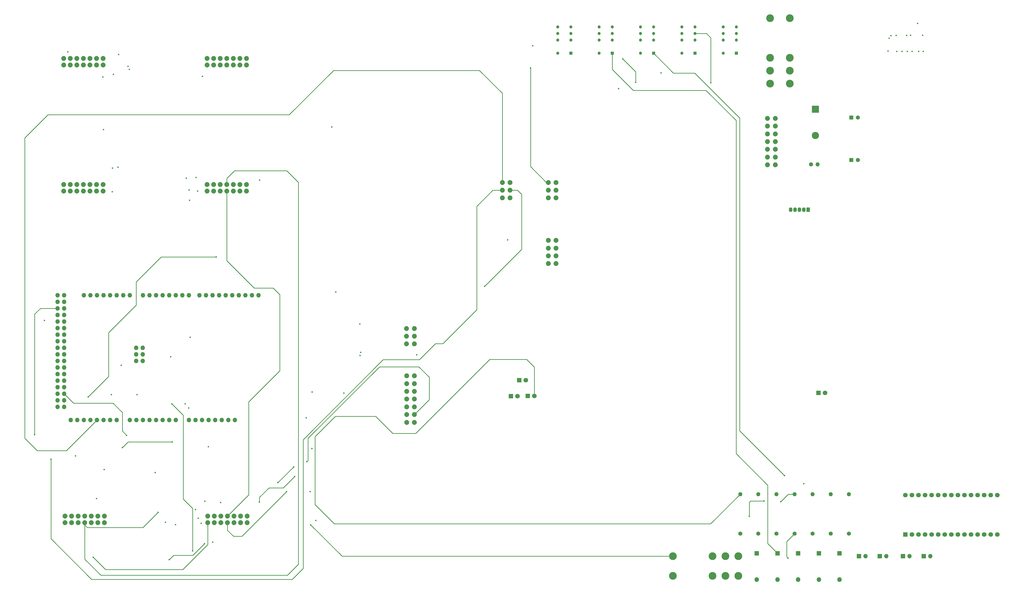
<source format=gbr>
G04 #@! TF.FileFunction,Copper,L6,Bot,Signal*
%FSLAX46Y46*%
G04 Gerber Fmt 4.6, Leading zero omitted, Abs format (unit mm)*
G04 Created by KiCad (PCBNEW 4.0.6) date 03/06/20 14:39:01*
%MOMM*%
%LPD*%
G01*
G04 APERTURE LIST*
%ADD10C,0.100000*%
%ADD11C,1.879600*%
%ADD12R,1.600000X1.600000*%
%ADD13C,1.600000*%
%ADD14R,1.800000X1.800000*%
%ADD15C,1.800000*%
%ADD16O,1.800000X1.800000*%
%ADD17R,2.800000X2.800000*%
%ADD18O,2.800000X2.800000*%
%ADD19R,1.200000X1.200000*%
%ADD20C,1.200000*%
%ADD21R,1.700000X1.700000*%
%ADD22O,1.700000X1.700000*%
%ADD23C,3.000000*%
%ADD24R,1.350000X1.800000*%
%ADD25O,1.350000X1.800000*%
%ADD26O,1.600000X1.600000*%
%ADD27O,1.727200X1.727200*%
%ADD28C,0.600000*%
%ADD29C,0.250000*%
G04 APERTURE END LIST*
D10*
D11*
X133400000Y-102400000D03*
X133400000Y-104940000D03*
X135940000Y-102400000D03*
X135940000Y-104940000D03*
X138480000Y-102400000D03*
X138480000Y-104940000D03*
X141020000Y-102400000D03*
X141020000Y-104940000D03*
X143560000Y-102400000D03*
X143560000Y-104940000D03*
X146100000Y-102400000D03*
X146100000Y-104940000D03*
X148640000Y-102400000D03*
X148640000Y-104940000D03*
X188800000Y-102400000D03*
X188800000Y-104940000D03*
X191340000Y-102400000D03*
X191340000Y-104940000D03*
X193880000Y-102400000D03*
X193880000Y-104940000D03*
X196420000Y-102400000D03*
X196420000Y-104940000D03*
X198960000Y-102400000D03*
X198960000Y-104940000D03*
X201500000Y-102400000D03*
X201500000Y-104940000D03*
X204040000Y-102400000D03*
X204040000Y-104940000D03*
X188800000Y-151200000D03*
X188800000Y-153740000D03*
X191340000Y-151200000D03*
X191340000Y-153740000D03*
X193880000Y-151200000D03*
X193880000Y-153740000D03*
X196420000Y-151200000D03*
X196420000Y-153740000D03*
X198960000Y-151200000D03*
X198960000Y-153740000D03*
X201500000Y-151200000D03*
X201500000Y-153740000D03*
X204040000Y-151200000D03*
X204040000Y-153740000D03*
X133400000Y-151200000D03*
X133400000Y-153740000D03*
X135940000Y-151200000D03*
X135940000Y-153740000D03*
X138480000Y-151200000D03*
X138480000Y-153740000D03*
X141020000Y-151200000D03*
X141020000Y-153740000D03*
X143560000Y-151200000D03*
X143560000Y-153740000D03*
X146100000Y-151200000D03*
X146100000Y-153740000D03*
X148640000Y-151200000D03*
X148640000Y-153740000D03*
X149100000Y-282000000D03*
X149100000Y-279460000D03*
X146560000Y-282000000D03*
X146560000Y-279460000D03*
X144020000Y-282000000D03*
X144020000Y-279460000D03*
X141480000Y-282000000D03*
X141480000Y-279460000D03*
X138940000Y-282000000D03*
X138940000Y-279460000D03*
X136400000Y-282000000D03*
X136400000Y-279460000D03*
X133860000Y-282000000D03*
X133860000Y-279460000D03*
X204343000Y-282000000D03*
X204343000Y-279460000D03*
X201803000Y-282000000D03*
X201803000Y-279460000D03*
X199263000Y-282000000D03*
X199263000Y-279460000D03*
X196723000Y-282000000D03*
X196723000Y-279460000D03*
X194183000Y-282000000D03*
X194183000Y-279460000D03*
X191643000Y-282000000D03*
X191643000Y-279460000D03*
X189103000Y-282000000D03*
X189103000Y-279460000D03*
D12*
X438000000Y-141707000D03*
D13*
X440500000Y-141707000D03*
D12*
X438000000Y-125273000D03*
D13*
X440500000Y-125273000D03*
D14*
X312852000Y-232995000D03*
D15*
X315392000Y-232995000D03*
D14*
X401444000Y-293832000D03*
D16*
X401444000Y-303992000D03*
D14*
X409444000Y-293832000D03*
D16*
X409444000Y-303992000D03*
D14*
X417444000Y-293832000D03*
D16*
X417444000Y-303992000D03*
D14*
X425444000Y-293832000D03*
D16*
X425444000Y-303992000D03*
D14*
X425298000Y-231800000D03*
D15*
X427838000Y-231800000D03*
D17*
X424155000Y-122072000D03*
D18*
X424155000Y-132232000D03*
D14*
X433444000Y-293832000D03*
D16*
X433444000Y-303992000D03*
D14*
X309601000Y-226924000D03*
D15*
X312141000Y-226924000D03*
D14*
X306350000Y-233071000D03*
D15*
X308890000Y-233071000D03*
D19*
X393540000Y-100450000D03*
D20*
X388460000Y-100450000D03*
X393540000Y-95370000D03*
X388460000Y-90290000D03*
X393540000Y-92830000D03*
X393540000Y-90290000D03*
X388460000Y-95370000D03*
X388460000Y-92830000D03*
D19*
X361540000Y-100450000D03*
D20*
X356460000Y-100450000D03*
X361540000Y-95370000D03*
X356460000Y-90290000D03*
X361540000Y-92830000D03*
X361540000Y-90290000D03*
X356460000Y-95370000D03*
X356460000Y-92830000D03*
D19*
X345540000Y-100450000D03*
D20*
X340460000Y-100450000D03*
X345540000Y-95370000D03*
X340460000Y-90290000D03*
X345540000Y-92830000D03*
X345540000Y-90290000D03*
X340460000Y-95370000D03*
X340460000Y-92830000D03*
D19*
X329540000Y-100450000D03*
D20*
X324460000Y-100450000D03*
X329540000Y-95370000D03*
X324460000Y-90290000D03*
X329540000Y-92830000D03*
X329540000Y-90290000D03*
X324460000Y-95370000D03*
X324460000Y-92830000D03*
D19*
X377540000Y-100450000D03*
D20*
X372460000Y-100450000D03*
X377540000Y-95370000D03*
X372460000Y-90290000D03*
X377540000Y-92830000D03*
X377540000Y-90290000D03*
X372460000Y-95370000D03*
X372460000Y-92830000D03*
D21*
X466000000Y-295000000D03*
D22*
X468540000Y-295000000D03*
D14*
X458927000Y-286588000D03*
D15*
X461467000Y-286588000D03*
X464007000Y-286588000D03*
X466547000Y-286588000D03*
X469087000Y-286588000D03*
X471627000Y-286588000D03*
X474167000Y-286588000D03*
X476707000Y-286588000D03*
X479247000Y-286588000D03*
X481787000Y-286588000D03*
X484327000Y-286588000D03*
X486867000Y-286588000D03*
X489407000Y-286588000D03*
X491947000Y-286588000D03*
X494487000Y-286588000D03*
X494487000Y-271348000D03*
X491947000Y-271348000D03*
X489407000Y-271348000D03*
X486867000Y-271348000D03*
X484327000Y-271348000D03*
X481787000Y-271348000D03*
X479247000Y-271348000D03*
X476707000Y-271348000D03*
X474167000Y-271348000D03*
X471627000Y-271348000D03*
X469087000Y-271348000D03*
X466547000Y-271348000D03*
X464007000Y-271348000D03*
X461467000Y-271348000D03*
X458927000Y-271348000D03*
D23*
X414198000Y-86842600D03*
X406578000Y-86842600D03*
X414198000Y-107162600D03*
X406578000Y-112162600D03*
X406578000Y-102162600D03*
X414198000Y-102162600D03*
X406578000Y-107162600D03*
X414198000Y-112162600D03*
D24*
X421361000Y-160934000D03*
D25*
X419661000Y-160934000D03*
X417961000Y-160934000D03*
X416261000Y-160934000D03*
X414561000Y-160934000D03*
D21*
X449000000Y-295000000D03*
D22*
X451540000Y-295000000D03*
D13*
X422453000Y-143408000D03*
D26*
X424993000Y-143408000D03*
D21*
X458000000Y-295000000D03*
D22*
X460540000Y-295000000D03*
D13*
X395039000Y-286236000D03*
D26*
X395039000Y-270996000D03*
D13*
X402039000Y-286236000D03*
D26*
X402039000Y-270996000D03*
D13*
X409039000Y-286236000D03*
D26*
X409039000Y-270996000D03*
D13*
X416039000Y-286236000D03*
D26*
X416039000Y-270996000D03*
D13*
X423039000Y-286236000D03*
D26*
X423039000Y-270996000D03*
D23*
X369000000Y-295000000D03*
X369000000Y-302620000D03*
X389320000Y-295000000D03*
X394320000Y-302620000D03*
X384320000Y-302620000D03*
X384320000Y-295000000D03*
X389320000Y-302620000D03*
X394320000Y-295000000D03*
D13*
X437039000Y-286236000D03*
D26*
X437039000Y-270996000D03*
D13*
X430039000Y-286236000D03*
D26*
X430039000Y-270996000D03*
D27*
X163932000Y-219456000D03*
X161392000Y-219456000D03*
X161392000Y-216916000D03*
X163932000Y-216916000D03*
X161392000Y-214376000D03*
X176759000Y-242316000D03*
X181839000Y-242316000D03*
X184379000Y-242316000D03*
X186919000Y-242316000D03*
X189459000Y-242316000D03*
X191999000Y-242316000D03*
X194539000Y-242316000D03*
X197079000Y-242316000D03*
X141199000Y-194056000D03*
X143739000Y-194056000D03*
X146279000Y-194056000D03*
X148819000Y-194056000D03*
X151359000Y-194056000D03*
X153899000Y-194056000D03*
X156439000Y-194056000D03*
X158979000Y-194056000D03*
X164059000Y-194056000D03*
X166599000Y-194056000D03*
X169139000Y-194056000D03*
X171679000Y-194056000D03*
X174219000Y-194056000D03*
X176759000Y-194056000D03*
X179299000Y-194056000D03*
X181839000Y-194056000D03*
X201143000Y-194056000D03*
X185903000Y-194056000D03*
X188443000Y-194056000D03*
X190983000Y-194056000D03*
X208763000Y-194056000D03*
X206223000Y-194056000D03*
X203683000Y-194056000D03*
X198603000Y-194056000D03*
X196063000Y-194056000D03*
X193523000Y-194056000D03*
X199619000Y-242316000D03*
X174219000Y-242316000D03*
X171679000Y-242316000D03*
X169139000Y-242316000D03*
X166599000Y-242316000D03*
X164059000Y-242316000D03*
X161519000Y-242316000D03*
X158979000Y-242316000D03*
X153899000Y-242316000D03*
X151359000Y-242316000D03*
X148819000Y-242316000D03*
X146279000Y-242316000D03*
X143739000Y-242316000D03*
X141199000Y-242316000D03*
X138659000Y-242316000D03*
X136119000Y-242316000D03*
X133579000Y-194056000D03*
X131039000Y-194056000D03*
X133579000Y-196596000D03*
X131039000Y-196596000D03*
X133579000Y-199136000D03*
X131039000Y-199136000D03*
X133579000Y-201676000D03*
X131039000Y-201676000D03*
X133579000Y-204216000D03*
X131039000Y-204216000D03*
X133579000Y-206756000D03*
X131039000Y-206756000D03*
X133579000Y-209296000D03*
X131039000Y-209296000D03*
X133579000Y-211836000D03*
X131039000Y-211836000D03*
X133579000Y-214376000D03*
X131039000Y-214376000D03*
X133579000Y-216916000D03*
X131039000Y-216916000D03*
X133579000Y-219456000D03*
X131039000Y-219456000D03*
X133579000Y-221996000D03*
X131039000Y-221996000D03*
X133579000Y-224536000D03*
X131039000Y-224536000D03*
X133579000Y-227076000D03*
X131039000Y-227076000D03*
X133579000Y-229616000D03*
X131039000Y-229616000D03*
X133579000Y-232156000D03*
X131039000Y-232156000D03*
X133579000Y-234696000D03*
X131039000Y-234696000D03*
X133579000Y-237236000D03*
X131039000Y-237236000D03*
X163932000Y-214376000D03*
D11*
X269000000Y-243200000D03*
X266002800Y-243200000D03*
X269000000Y-240202800D03*
X266002800Y-240202800D03*
X269000000Y-237205600D03*
X266002800Y-237205600D03*
X269000000Y-234208400D03*
X266002800Y-234208400D03*
X269000000Y-231211200D03*
X266002800Y-231211200D03*
X269000000Y-228214000D03*
X266002800Y-228214000D03*
X269000000Y-225216800D03*
X266002800Y-225216800D03*
X408600000Y-143600000D03*
X405602800Y-143600000D03*
X408600000Y-140602800D03*
X405602800Y-140602800D03*
X408600000Y-137605600D03*
X405602800Y-137605600D03*
X408600000Y-134608400D03*
X405602800Y-134608400D03*
X408600000Y-131611200D03*
X405602800Y-131611200D03*
X408600000Y-128614000D03*
X405602800Y-128614000D03*
X408600000Y-125616800D03*
X405602800Y-125616800D03*
X323800000Y-181800000D03*
X320802800Y-181800000D03*
X323800000Y-178802800D03*
X320802800Y-178802800D03*
X323800000Y-175805600D03*
X320802800Y-175805600D03*
X323800000Y-172808400D03*
X320802800Y-172808400D03*
X323800000Y-156400000D03*
X320802800Y-156400000D03*
X323800000Y-153402800D03*
X320802800Y-153402800D03*
X323800000Y-150405600D03*
X320802800Y-150405600D03*
X306000000Y-156400000D03*
X303002800Y-156400000D03*
X306000000Y-153402800D03*
X303002800Y-153402800D03*
X306000000Y-150405600D03*
X303002800Y-150405600D03*
X268986000Y-212877000D03*
X265988800Y-212877000D03*
X268986000Y-209879800D03*
X265988800Y-209879800D03*
X268986000Y-206882600D03*
X265988800Y-206882600D03*
D21*
X441000000Y-295000000D03*
D22*
X443540000Y-295000000D03*
D28*
X125920500Y-203758800D03*
X412165800Y-263804400D03*
X419595300Y-266966700D03*
X364426500Y-107988100D03*
X237109000Y-128905000D03*
X410743400Y-273850100D03*
X404291800Y-273634200D03*
X398538700Y-279565100D03*
X134945200Y-99877600D03*
X227162100Y-241425000D03*
X190995300Y-289572700D03*
X187011900Y-109359200D03*
X185146300Y-153740000D03*
X227457000Y-258356100D03*
X222656400Y-264147300D03*
X209092800Y-274053300D03*
X172721100Y-281852500D03*
X184611800Y-148533300D03*
X184332800Y-276936600D03*
X181877800Y-153365700D03*
X137972800Y-256209800D03*
X156019500Y-252984000D03*
X175323500Y-250761500D03*
X181733500Y-237656400D03*
X176666600Y-282740400D03*
X180757800Y-148776600D03*
X194087400Y-274196400D03*
X152205100Y-153972600D03*
X248016400Y-217370800D03*
X152565500Y-108600600D03*
X158732300Y-106705500D03*
X228739700Y-269989300D03*
X219532200Y-269989300D03*
X169875200Y-278053800D03*
X185407300Y-280327100D03*
X152250800Y-144882700D03*
X209179500Y-149520600D03*
X146101700Y-272691300D03*
X248240500Y-216144900D03*
X182055900Y-157340800D03*
X187833000Y-290131500D03*
X174155100Y-296303700D03*
X229387400Y-253301500D03*
X222338900Y-260438900D03*
X216204800Y-266547600D03*
X188009900Y-273732600D03*
X158266000Y-105504200D03*
X241755400Y-231858300D03*
X229441600Y-231513100D03*
X186563000Y-282282900D03*
X154338500Y-144497200D03*
X154581100Y-100895900D03*
X238587800Y-192740700D03*
X144780000Y-295376600D03*
X247956900Y-205127000D03*
X148770700Y-129919200D03*
X148522900Y-109596100D03*
X453324500Y-93593400D03*
X452214200Y-99533900D03*
X455384800Y-93533100D03*
X455634000Y-99721900D03*
X452684300Y-94679000D03*
X457634000Y-99760300D03*
X459381400Y-93536500D03*
X459634000Y-99727400D03*
X460953300Y-93487800D03*
X461569200Y-99720000D03*
X463634000Y-88881100D03*
X464037400Y-99726800D03*
X465634000Y-93461000D03*
X465817400Y-99717300D03*
X180378100Y-236004100D03*
X269976600Y-217055700D03*
X305104800Y-172669200D03*
X192405000Y-179197000D03*
X142887700Y-233299000D03*
X151815800Y-232524300D03*
X296189400Y-190538100D03*
X161772600Y-232524300D03*
X128473200Y-257429000D03*
X182277300Y-210317700D03*
X174774000Y-217821000D03*
X313944000Y-106045000D03*
X314833000Y-97536000D03*
X354609400Y-111709200D03*
X349618300Y-102590600D03*
X383667000Y-111861600D03*
X347980000Y-114147600D03*
X189349400Y-252619900D03*
X413537400Y-295719500D03*
X122148600Y-247942100D03*
X183235600Y-292925500D03*
X175196500Y-236042200D03*
X155663900Y-221183200D03*
X148996200Y-261434300D03*
X230898700Y-281190700D03*
X157695900Y-248221500D03*
X168783000Y-262610600D03*
X228854000Y-282829000D03*
D29*
X315392000Y-232995000D02*
X315392000Y-221843800D01*
X383587000Y-282448000D02*
X395039000Y-270996000D01*
X238048800Y-282448000D02*
X383587000Y-282448000D01*
X230568500Y-274967700D02*
X238048800Y-282448000D01*
X230568500Y-248767600D02*
X230568500Y-274967700D01*
X238467900Y-240868200D02*
X230568500Y-248767600D01*
X254025400Y-240868200D02*
X238467900Y-240868200D01*
X260654800Y-247497600D02*
X254025400Y-240868200D01*
X269544800Y-247497600D02*
X260654800Y-247497600D01*
X298170600Y-218871800D02*
X269544800Y-247497600D01*
X312420000Y-218871800D02*
X298170600Y-218871800D01*
X315392000Y-221843800D02*
X312420000Y-218871800D01*
X345540000Y-100450000D02*
X345540000Y-106653000D01*
X405663400Y-290051400D02*
X409444000Y-293832000D01*
X405663400Y-267512800D02*
X405663400Y-290051400D01*
X393446000Y-255295400D02*
X405663400Y-267512800D01*
X393446000Y-126441200D02*
X393446000Y-255295400D01*
X381812800Y-114808000D02*
X393446000Y-126441200D01*
X353695000Y-114808000D02*
X381812800Y-114808000D01*
X345540000Y-106653000D02*
X353695000Y-114808000D01*
X412165800Y-263804400D02*
X394843000Y-246481600D01*
X394843000Y-246481600D02*
X394843000Y-125476000D01*
X394843000Y-125476000D02*
X377444000Y-108077000D01*
X377444000Y-108077000D02*
X369167000Y-108077000D01*
X369167000Y-108077000D02*
X361540000Y-100450000D01*
X364477300Y-108038900D02*
X364477300Y-108077000D01*
X364426500Y-107988100D02*
X364477300Y-108038900D01*
X413597500Y-270996000D02*
X416039000Y-270996000D01*
X410743400Y-273850100D02*
X413597500Y-270996000D01*
X399084800Y-273634200D02*
X404291800Y-273634200D01*
X398538700Y-274180300D02*
X399084800Y-273634200D01*
X398538700Y-279565100D02*
X398538700Y-274180300D01*
X209092800Y-274053300D02*
X209092800Y-272224500D01*
X274739100Y-234463700D02*
X269000000Y-240202800D01*
X274739100Y-225704400D02*
X274739100Y-234463700D01*
X270738600Y-221703900D02*
X274739100Y-225704400D01*
X255536700Y-221703900D02*
X270738600Y-221703900D01*
X227888800Y-249351800D02*
X255536700Y-221703900D01*
X227888800Y-257924300D02*
X227888800Y-249351800D01*
X227457000Y-258356100D02*
X227888800Y-257924300D01*
X218274900Y-268528800D02*
X222656400Y-264147300D01*
X212788500Y-268528800D02*
X218274900Y-268528800D01*
X209092800Y-272224500D02*
X212788500Y-268528800D01*
X156019500Y-252984000D02*
X158242000Y-250761500D01*
X158242000Y-250761500D02*
X175323500Y-250761500D01*
X196723000Y-282000000D02*
X196723000Y-284949900D01*
X202247500Y-287274000D02*
X219532200Y-269989300D01*
X199047100Y-287274000D02*
X202247500Y-287274000D01*
X196723000Y-284949900D02*
X199047100Y-287274000D01*
X142481300Y-283921200D02*
X164007800Y-283921200D01*
X164007800Y-283921200D02*
X169875200Y-278053800D01*
X141480000Y-282919900D02*
X142481300Y-283921200D01*
X141480000Y-282000000D02*
X141480000Y-282919900D01*
X196420000Y-151200000D02*
X196420000Y-148867600D01*
X141480000Y-296115200D02*
X141480000Y-282000000D01*
X147726400Y-302361600D02*
X141480000Y-296115200D01*
X219862400Y-302361600D02*
X147726400Y-302361600D01*
X224129600Y-298094400D02*
X219862400Y-302361600D01*
X224129600Y-150368000D02*
X224129600Y-298094400D01*
X219608400Y-145846800D02*
X224129600Y-150368000D01*
X199440800Y-145846800D02*
X219608400Y-145846800D01*
X196420000Y-148867600D02*
X199440800Y-145846800D01*
X196420000Y-153740000D02*
X196420000Y-180672000D01*
X204901800Y-271281200D02*
X196723000Y-279460000D01*
X204901800Y-235280200D02*
X204901800Y-271281200D01*
X216916000Y-223266000D02*
X204901800Y-235280200D01*
X216916000Y-193802000D02*
X216916000Y-223266000D01*
X214376000Y-191262000D02*
X216916000Y-193802000D01*
X207010000Y-191262000D02*
X214376000Y-191262000D01*
X196420000Y-180672000D02*
X207010000Y-191262000D01*
X183337200Y-294627300D02*
X187833000Y-290131500D01*
X175831500Y-294627300D02*
X183337200Y-294627300D01*
X174155100Y-296303700D02*
X175831500Y-294627300D01*
X229336600Y-253352300D02*
X229336600Y-253466600D01*
X229387400Y-253301500D02*
X229336600Y-253352300D01*
X222313500Y-260438900D02*
X222338900Y-260438900D01*
X216204800Y-266547600D02*
X222313500Y-260438900D01*
X186563000Y-282282900D02*
X186563000Y-282232100D01*
X189103000Y-282000000D02*
X189103000Y-290449000D01*
X149529800Y-300126400D02*
X144780000Y-295376600D01*
X179425600Y-300126400D02*
X149529800Y-300126400D01*
X189103000Y-290449000D02*
X179425600Y-300126400D01*
X269976600Y-217055700D02*
X269976600Y-217017600D01*
X171043600Y-179197000D02*
X192405000Y-179197000D01*
X161391600Y-188849000D02*
X171043600Y-179197000D01*
X161391600Y-197891400D02*
X161391600Y-188849000D01*
X150749000Y-208534000D02*
X161391600Y-197891400D01*
X150749000Y-225437700D02*
X150749000Y-208534000D01*
X142887700Y-233299000D02*
X150749000Y-225437700D01*
X308914300Y-153402800D02*
X310489600Y-154978100D01*
X310489600Y-154978100D02*
X310489600Y-176237900D01*
X310489600Y-176237900D02*
X296189400Y-190538100D01*
X306000000Y-153402800D02*
X308914300Y-153402800D01*
X303002800Y-153402800D02*
X299352200Y-153402800D01*
X128473200Y-288239200D02*
X128473200Y-257429000D01*
X144145000Y-303911000D02*
X128473200Y-288239200D01*
X221767400Y-303911000D02*
X144145000Y-303911000D01*
X225983800Y-299694600D02*
X221767400Y-303911000D01*
X225983800Y-249910600D02*
X225983800Y-299694600D01*
X256921000Y-218973400D02*
X225983800Y-249910600D01*
X270941800Y-218973400D02*
X256921000Y-218973400D01*
X277164800Y-212750400D02*
X270941800Y-218973400D01*
X280009600Y-212750400D02*
X277164800Y-212750400D01*
X293116000Y-199644000D02*
X280009600Y-212750400D01*
X293116000Y-159639000D02*
X293116000Y-199644000D01*
X299352200Y-153402800D02*
X293116000Y-159639000D01*
X303002800Y-150405600D02*
X303002800Y-115931800D01*
X134391800Y-254203200D02*
X146279000Y-242316000D01*
X123164600Y-254203200D02*
X134391800Y-254203200D01*
X118287800Y-249326400D02*
X123164600Y-254203200D01*
X118287800Y-133172200D02*
X118287800Y-249326400D01*
X127254000Y-124206000D02*
X118287800Y-133172200D01*
X220599000Y-124206000D02*
X127254000Y-124206000D01*
X237744000Y-107061000D02*
X220599000Y-124206000D01*
X294132000Y-107061000D02*
X237744000Y-107061000D01*
X303002800Y-115931800D02*
X294132000Y-107061000D01*
X313944000Y-144272000D02*
X320077600Y-150405600D01*
X313944000Y-106045000D02*
X313944000Y-144272000D01*
X320077600Y-150405600D02*
X320802800Y-150405600D01*
X354609400Y-107581700D02*
X354609400Y-111709200D01*
X349618300Y-102590600D02*
X354609400Y-107581700D01*
X377540000Y-92830000D02*
X382009000Y-92830000D01*
X383667000Y-94488000D02*
X383667000Y-111861600D01*
X382009000Y-92830000D02*
X383667000Y-94488000D01*
X131039000Y-199136000D02*
X124371100Y-199136000D01*
X413004000Y-289271000D02*
X416039000Y-286236000D01*
X413004000Y-295186100D02*
X413004000Y-289271000D01*
X413537400Y-295719500D02*
X413004000Y-295186100D01*
X122148600Y-201358500D02*
X122148600Y-247942100D01*
X124371100Y-199136000D02*
X122148600Y-201358500D01*
X183235600Y-276504400D02*
X183235600Y-292925500D01*
X179628800Y-272897600D02*
X183235600Y-276504400D01*
X179628800Y-240474500D02*
X179628800Y-272897600D01*
X175196500Y-236042200D02*
X179628800Y-240474500D01*
X137185800Y-235762800D02*
X133579000Y-232156000D01*
X152438100Y-235762800D02*
X137185800Y-235762800D01*
X156019500Y-239344200D02*
X152438100Y-235762800D01*
X156019500Y-246545100D02*
X156019500Y-239344200D01*
X157695900Y-248221500D02*
X156019500Y-246545100D01*
X369000000Y-295000000D02*
X241025000Y-295000000D01*
X241025000Y-295000000D02*
X228854000Y-282829000D01*
M02*

</source>
